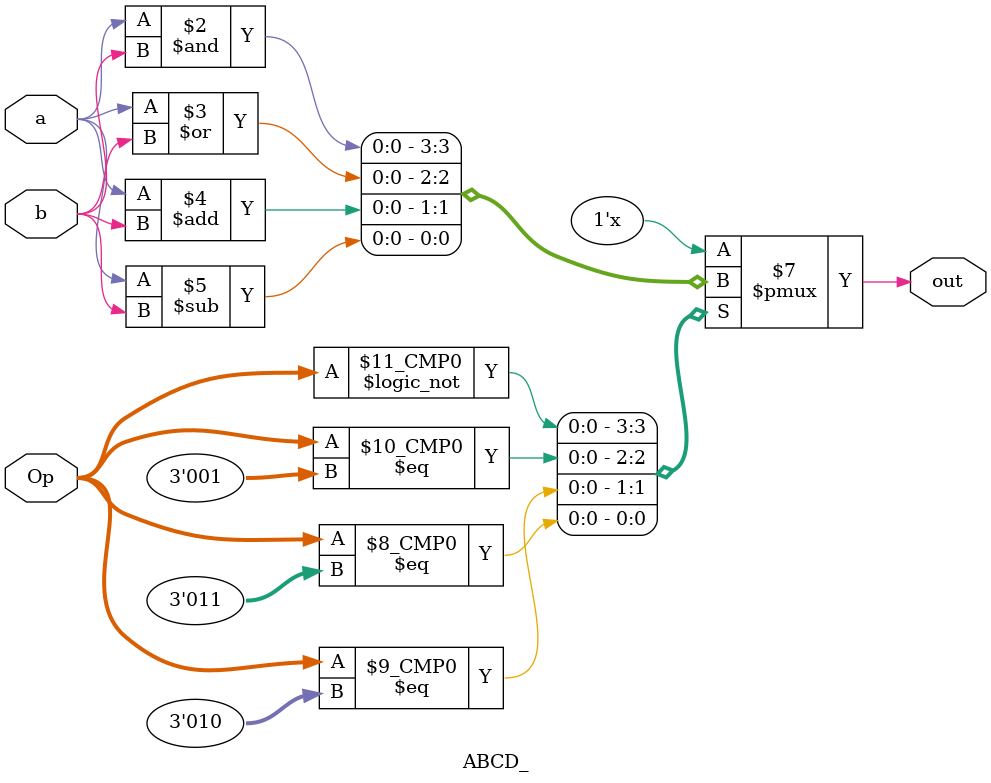
<source format=v>
   `timescale 1ns / 1ps
module ABCD_(input a,b, output reg out, input [2:0] Op);


always @ (*)
begin
	case(Op)
	3'b000 : out = a & b;
	3'b001 : out = a | b;
	3'b010 : out = a + b;
	3'b011 : out = a - b;
	endcase
end


endmodule

</source>
